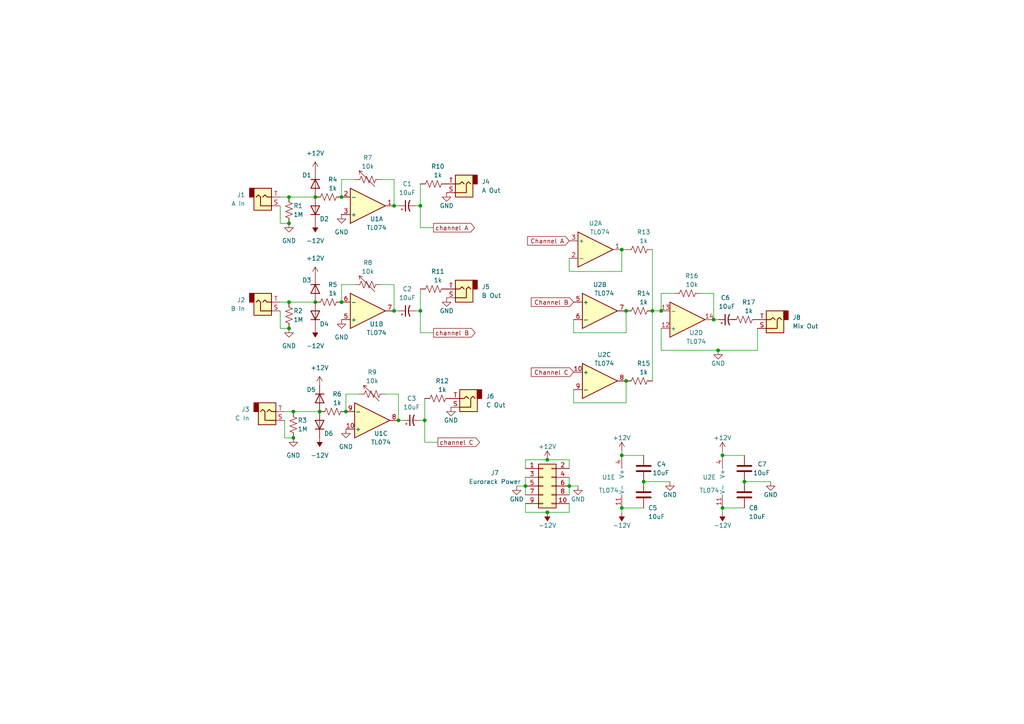
<source format=kicad_sch>
(kicad_sch (version 20211123) (generator eeschema)
  (paper "A4")
  (lib_symbols
    (symbol "Amplifier_Operational:TL074" (pin_names (offset 0.127))
      (property "Reference" "U" (at 0 5.08 0))
      (property "Value" "TL074" (at 0 -5.08 0))
      (symbol "TL074_1_1"
        (polyline (pts (xy -5.08 5.08) (xy 5.08 0) (xy -5.08 -5.08) (xy -5.08 5.08)) (stroke (width 0.254)) (fill (type background)))
        (pin output line (at 7.62 0 180) (length 2.54) (name "~") (number "1"))
        (pin input line (at -7.62 -2.54 0) (length 2.54) (name "-") (number "2"))
        (pin input line (at -7.62 2.54 0) (length 2.54) (name "+") (number "3"))
      )
      (symbol "TL074_2_1"
        (polyline (pts (xy -5.08 5.08) (xy 5.08 0) (xy -5.08 -5.08) (xy -5.08 5.08)) (stroke (width 0.254)) (fill (type background)))
        (pin input line (at -7.62 2.54 0) (length 2.54) (name "+") (number "5"))
        (pin input line (at -7.62 -2.54 0) (length 2.54) (name "-") (number "6"))
        (pin output line (at 7.62 0 180) (length 2.54) (name "~") (number "7"))
      )
      (symbol "TL074_3_1"
        (polyline (pts (xy -5.08 5.08) (xy 5.08 0) (xy -5.08 -5.08) (xy -5.08 5.08)) (stroke (width 0.254)) (fill (type background)))
        (pin input line (at -7.62 2.54 0) (length 2.54) (name "+") (number "10"))
        (pin output line (at 7.62 0 180) (length 2.54) (name "~") (number "8"))
        (pin input line (at -7.62 -2.54 0) (length 2.54) (name "-") (number "9"))
      )
      (symbol "TL074_4_1"
        (polyline (pts (xy -5.08 5.08) (xy 5.08 0) (xy -5.08 -5.08) (xy -5.08 5.08)) (stroke (width 0.254)) (fill (type background)))
        (pin input line (at -7.62 2.54 0) (length 2.54) (name "+") (number "12"))
        (pin input line (at -7.62 -2.54 0) (length 2.54) (name "-") (number "13"))
        (pin output line (at 7.62 0 180) (length 2.54) (name "~") (number "14"))
      )
      (symbol "TL074_5_1"
        (pin power_in line (at -2.54 -7.62 90) (length 3.81) (name "V-") (number "11"))
        (pin power_in line (at -2.54 7.62 270) (length 3.81) (name "V+") (number "4"))
      )
    )
    (symbol "Connector:AudioJack2"
      (property "Reference" "J" (at 0 8.89 0))
      (property "Value" "AudioJack2" (at 0 6.35 0))
      (symbol "AudioJack2_0_1"
        (rectangle (start -3.81 0) (end -2.54 -2.54) (stroke (width 0.254)) (fill (type outline)))
        (rectangle (start -2.54 3.81) (end 2.54 -2.54) (stroke (width 0.254)) (fill (type background)))
        (polyline (pts (xy 0 0) (xy 0.635 -0.635) (xy 1.27 0) (xy 2.54 0)) (stroke (width 0.254)))
        (polyline (pts (xy 2.54 2.54) (xy -0.635 2.54) (xy -0.635 0) (xy -1.27 -0.635) (xy -1.905 0)) (stroke (width 0.254)))
      )
      (symbol "AudioJack2_1_1"
        (pin passive line (at 5.08 2.54 180) (length 2.54) (name "~") (number "S"))
        (pin passive line (at 5.08 0 180) (length 2.54) (name "~") (number "T"))
      )
    )
    (symbol "Connector_Generic:Conn_02x05_Odd_Even" (pin_names (offset 1.016) hide)
      (property "Reference" "J" (at 1.27 7.62 0))
      (property "Value" "Conn_02x05_Odd_Even" (at 1.27 -7.62 0))
      (symbol "Conn_02x05_Odd_Even_1_1"
        (rectangle (start -1.27 -4.953) (end 0 -5.207) (stroke (width 0.1524)))
        (rectangle (start -1.27 -2.413) (end 0 -2.667) (stroke (width 0.1524)))
        (rectangle (start -1.27 0.127) (end 0 -0.127) (stroke (width 0.1524)))
        (rectangle (start -1.27 2.667) (end 0 2.413) (stroke (width 0.1524)))
        (rectangle (start -1.27 5.207) (end 0 4.953) (stroke (width 0.1524)))
        (rectangle (start -1.27 6.35) (end 3.81 -6.35) (stroke (width 0.254)) (fill (type background)))
        (rectangle (start 3.81 -4.953) (end 2.54 -5.207) (stroke (width 0.1524)))
        (rectangle (start 3.81 -2.413) (end 2.54 -2.667) (stroke (width 0.1524)))
        (rectangle (start 3.81 0.127) (end 2.54 -0.127) (stroke (width 0.1524)))
        (rectangle (start 3.81 2.667) (end 2.54 2.413) (stroke (width 0.1524)))
        (rectangle (start 3.81 5.207) (end 2.54 4.953) (stroke (width 0.1524)))
        (pin passive line (at -5.08 5.08 0) (length 3.81) (name "Pin_1") (number "1"))
        (pin passive line (at 7.62 -5.08 180) (length 3.81) (name "Pin_10") (number "10"))
        (pin passive line (at 7.62 5.08 180) (length 3.81) (name "Pin_2") (number "2"))
        (pin passive line (at -5.08 2.54 0) (length 3.81) (name "Pin_3") (number "3"))
        (pin passive line (at 7.62 2.54 180) (length 3.81) (name "Pin_4") (number "4"))
        (pin passive line (at -5.08 0 0) (length 3.81) (name "Pin_5") (number "5"))
        (pin passive line (at 7.62 0 180) (length 3.81) (name "Pin_6") (number "6"))
        (pin passive line (at -5.08 -2.54 0) (length 3.81) (name "Pin_7") (number "7"))
        (pin passive line (at 7.62 -2.54 180) (length 3.81) (name "Pin_8") (number "8"))
        (pin passive line (at -5.08 -5.08 0) (length 3.81) (name "Pin_9") (number "9"))
      )
    )
    (symbol "Device:C" (pin_numbers hide) (pin_names (offset 0.254))
      (property "Reference" "C" (at 0.635 2.54 0))
      (property "Value" "C" (at 0.635 -2.54 0))
      (symbol "C_0_1"
        (polyline (pts (xy -2.032 -0.762) (xy 2.032 -0.762)) (stroke (width 0.508)))
        (polyline (pts (xy -2.032 0.762) (xy 2.032 0.762)) (stroke (width 0.508)))
      )
      (symbol "C_1_1"
        (pin passive line (at 0 3.81 270) (length 2.794) (name "~") (number "1"))
        (pin passive line (at 0 -3.81 90) (length 2.794) (name "~") (number "2"))
      )
    )
    (symbol "Device:C_Polarized_Small_US" (pin_numbers hide) (pin_names (offset 0.254) hide)
      (property "Reference" "C" (at 0.254 1.778 0))
      (property "Value" "C_Polarized_Small_US" (at 0.254 -2.032 0))
      (symbol "C_Polarized_Small_US_0_1"
        (polyline (pts (xy -1.524 0.508) (xy 1.524 0.508)) (stroke (width 0.3048)))
        (polyline (pts (xy -1.27 1.524) (xy -0.762 1.524)))
        (polyline (pts (xy -1.016 1.27) (xy -1.016 1.778)))
        (arc (start 1.524 -0.762) (mid 0 -0.3734) (end -1.524 -0.762) (stroke (width 0.3048)))
      )
      (symbol "C_Polarized_Small_US_1_1"
        (pin passive line (at 0 2.54 270) (length 2.032) (name "~") (number "1"))
        (pin passive line (at 0 -2.54 90) (length 2.032) (name "~") (number "2"))
      )
    )
    (symbol "Device:D" (pin_numbers hide) (pin_names (offset 1.016) hide)
      (property "Reference" "D" (at 0 2.54 0))
      (property "Value" "D" (at 0 -2.54 0))
      (symbol "D_0_1"
        (polyline (pts (xy -1.27 1.27) (xy -1.27 -1.27)) (stroke (width 0.254)))
        (polyline (pts (xy 1.27 0) (xy -1.27 0)))
        (polyline (pts (xy 1.27 1.27) (xy 1.27 -1.27) (xy -1.27 0) (xy 1.27 1.27)) (stroke (width 0.254)))
      )
      (symbol "D_1_1"
        (pin passive line (at -3.81 0 0) (length 2.54) (name "K") (number "1"))
        (pin passive line (at 3.81 0 180) (length 2.54) (name "A") (number "2"))
      )
    )
    (symbol "Device:R_US" (pin_numbers hide) (pin_names (offset 0))
      (property "Reference" "R" (at 2.54 0 90))
      (property "Value" "R_US" (at -2.54 0 90))
      (symbol "R_US_0_1"
        (polyline (pts (xy 0 -2.286) (xy 0 -2.54)))
        (polyline (pts (xy 0 2.286) (xy 0 2.54)))
        (polyline (pts (xy 0 -0.762) (xy 1.016 -1.143) (xy 0 -1.524) (xy -1.016 -1.905) (xy 0 -2.286)))
        (polyline (pts (xy 0 0.762) (xy 1.016 0.381) (xy 0 0) (xy -1.016 -0.381) (xy 0 -0.762)))
        (polyline (pts (xy 0 2.286) (xy 1.016 1.905) (xy 0 1.524) (xy -1.016 1.143) (xy 0 0.762)))
      )
      (symbol "R_US_1_1"
        (pin passive line (at 0 3.81 270) (length 1.27) (name "~") (number "1"))
        (pin passive line (at 0 -3.81 90) (length 1.27) (name "~") (number "2"))
      )
    )
    (symbol "Device:R_Variable_US" (pin_numbers hide) (pin_names (offset 0))
      (property "Reference" "R" (at 2.54 -2.54 90))
      (property "Value" "R_Variable_US" (at -2.54 -1.27 90))
      (symbol "R_Variable_US_0_1"
        (polyline (pts (xy 0 -2.286) (xy 0 -2.54)))
        (polyline (pts (xy 0 2.286) (xy 0 2.54)))
        (polyline (pts (xy 0 -0.762) (xy 1.016 -1.143) (xy 0 -1.524) (xy -1.016 -1.905) (xy 0 -2.286)))
        (polyline (pts (xy 0 0.762) (xy 1.016 0.381) (xy 0 0) (xy -1.016 -0.381) (xy 0 -0.762)))
        (polyline (pts (xy 0 2.286) (xy 1.016 1.905) (xy 0 1.524) (xy -1.016 1.143) (xy 0 0.762)) (stroke (width 0.1524)))
        (polyline (pts (xy 2.286 1.524) (xy 2.54 2.54) (xy 1.524 2.286) (xy 2.54 2.54) (xy -2.032 -2.032)) (stroke (width 0.1524)))
      )
      (symbol "R_Variable_US_1_1"
        (pin passive line (at 0 3.81 270) (length 1.27) (name "~") (number "1"))
        (pin passive line (at 0 -3.81 90) (length 1.27) (name "~") (number "2"))
      )
    )
    (symbol "power:+12V" (power) (pin_names (offset 0))
      (property "Value" "+12V" (at 0 3.556 0))
      (symbol "+12V_0_1"
        (polyline (pts (xy -0.762 1.27) (xy 0 2.54)))
        (polyline (pts (xy 0 0) (xy 0 2.54)))
        (polyline (pts (xy 0 2.54) (xy 0.762 1.27)))
      )
      (symbol "+12V_1_1"
        (pin power_in line (at 0 0 90) (length 0) hide (name "+12V") (number "1"))
      )
    )
    (symbol "power:-12V" (power) (pin_names (offset 0))
      (property "Value" "-12V" (at 0 3.81 0))
      (symbol "-12V_0_0"
        (pin power_in line (at 0 0 90) (length 0) hide (name "-12V") (number "1"))
      )
      (symbol "-12V_0_1"
        (polyline (pts (xy 0 0) (xy 0 1.27) (xy 0.762 1.27) (xy 0 2.54) (xy -0.762 1.27) (xy 0 1.27)) (fill (type outline)))
      )
    )
    (symbol "power:GND" (power) (pin_names (offset 0))
      (property "Value" "GND" (at 0 -3.81 0))
      (symbol "GND_0_1"
        (polyline (pts (xy 0 0) (xy 0 -1.27) (xy 1.27 -1.27) (xy 0 -2.54) (xy -1.27 -1.27) (xy 0 -1.27)))
      )
      (symbol "GND_1_1"
        (pin power_in line (at 0 0 270) (length 0) hide (name "GND") (number "1"))
      )
    )
  )
  (junction (at 91.44 87.63))
  (junction (at 158.75 148.59))
  (junction (at 180.34 132.08))
  (junction (at 115.57 121.92))
  (junction (at 186.69 139.7))
  (junction (at 123.19 121.92))
  (junction (at 165.1 140.97))
  (junction (at 92.71 119.38))
  (junction (at 209.55 132.08))
  (junction (at 83.82 95.25))
  (junction (at 215.9 139.7))
  (junction (at 114.3 90.17))
  (junction (at 121.92 59.69))
  (junction (at 181.61 90.17))
  (junction (at 208.28 101.6))
  (junction (at 83.82 64.77))
  (junction (at 181.61 110.49))
  (junction (at 83.82 57.15))
  (junction (at 191.77 90.17))
  (junction (at 158.75 133.35))
  (junction (at 180.34 147.32))
  (junction (at 91.44 57.15))
  (junction (at 99.06 57.15))
  (junction (at 152.4 140.97))
  (junction (at 209.55 147.32))
  (junction (at 99.06 87.63))
  (junction (at 207.01 92.71))
  (junction (at 100.33 119.38))
  (junction (at 180.34 72.39))
  (junction (at 121.92 90.17))
  (junction (at 189.23 90.17))
  (junction (at 85.09 127))
  (junction (at 114.3 59.69))
  (junction (at 85.09 119.38))
  (junction (at 83.82 87.63))
  (wire (pts (xy 152.4 146.05) (xy 152.4 148.59)))
  (wire (pts (xy 121.92 59.69) (xy 120.65 59.69)))
  (wire (pts (xy 208.28 92.71) (xy 207.01 92.71)))
  (wire (pts (xy 81.28 95.25) (xy 83.82 95.25)))
  (wire (pts (xy 152.4 140.97) (xy 152.4 143.51)))
  (wire (pts (xy 81.28 90.17) (xy 81.28 95.25)))
  (wire (pts (xy 181.61 116.84) (xy 181.61 110.49)))
  (wire (pts (xy 165.1 138.43) (xy 165.1 140.97)))
  (wire (pts (xy 152.4 138.43) (xy 152.4 140.97)))
  (wire (pts (xy 191.77 85.09) (xy 191.77 90.17)))
  (wire (pts (xy 121.92 90.17) (xy 121.92 83.82)))
  (wire (pts (xy 191.77 95.25) (xy 191.77 101.6)))
  (wire (pts (xy 158.75 133.35) (xy 165.1 133.35)))
  (wire (pts (xy 114.3 90.17) (xy 114.3 82.55)))
  (wire (pts (xy 158.75 148.59) (xy 165.1 148.59)))
  (wire (pts (xy 99.06 52.07) (xy 99.06 57.15)))
  (wire (pts (xy 123.19 128.27) (xy 123.19 121.92)))
  (wire (pts (xy 100.33 114.3) (xy 100.33 119.38)))
  (wire (pts (xy 152.4 148.59) (xy 158.75 148.59)))
  (wire (pts (xy 127 128.27) (xy 123.19 128.27)))
  (wire (pts (xy 209.55 147.32) (xy 209.55 148.59)))
  (wire (pts (xy 166.37 92.71) (xy 166.37 96.52)))
  (wire (pts (xy 81.28 87.63) (xy 83.82 87.63)))
  (wire (pts (xy 167.64 140.97) (xy 165.1 140.97)))
  (wire (pts (xy 213.36 92.71) (xy 212.09 92.71)))
  (wire (pts (xy 180.34 130.81) (xy 180.34 132.08)))
  (wire (pts (xy 82.55 119.38) (xy 85.09 119.38)))
  (wire (pts (xy 219.71 95.25) (xy 219.71 101.6)))
  (wire (pts (xy 209.55 147.32) (xy 215.9 147.32)))
  (wire (pts (xy 191.77 101.6) (xy 208.28 101.6)))
  (wire (pts (xy 104.14 114.3) (xy 100.33 114.3)))
  (wire (pts (xy 114.3 82.55) (xy 110.49 82.55)))
  (wire (pts (xy 116.84 121.92) (xy 115.57 121.92)))
  (wire (pts (xy 219.71 101.6) (xy 208.28 101.6)))
  (wire (pts (xy 209.55 132.08) (xy 215.9 132.08)))
  (wire (pts (xy 215.9 139.7) (xy 223.52 139.7)))
  (wire (pts (xy 189.23 90.17) (xy 189.23 110.49)))
  (wire (pts (xy 81.28 59.69) (xy 81.28 64.77)))
  (wire (pts (xy 121.92 90.17) (xy 120.65 90.17)))
  (wire (pts (xy 165.1 140.97) (xy 165.1 143.51)))
  (wire (pts (xy 186.69 139.7) (xy 194.31 139.7)))
  (wire (pts (xy 189.23 72.39) (xy 189.23 90.17)))
  (wire (pts (xy 115.57 59.69) (xy 114.3 59.69)))
  (wire (pts (xy 152.4 133.35) (xy 158.75 133.35)))
  (wire (pts (xy 181.61 96.52) (xy 181.61 90.17)))
  (wire (pts (xy 114.3 52.07) (xy 110.49 52.07)))
  (wire (pts (xy 189.23 90.17) (xy 191.77 90.17)))
  (wire (pts (xy 165.1 74.93) (xy 165.1 78.74)))
  (wire (pts (xy 165.1 133.35) (xy 165.1 135.89)))
  (wire (pts (xy 165.1 78.74) (xy 180.34 78.74)))
  (wire (pts (xy 149.86 140.97) (xy 152.4 140.97)))
  (wire (pts (xy 123.19 121.92) (xy 123.19 115.57)))
  (wire (pts (xy 83.82 57.15) (xy 91.44 57.15)))
  (wire (pts (xy 102.87 82.55) (xy 99.06 82.55)))
  (wire (pts (xy 121.92 96.52) (xy 121.92 90.17)))
  (wire (pts (xy 114.3 59.69) (xy 114.3 52.07)))
  (wire (pts (xy 166.37 96.52) (xy 181.61 96.52)))
  (wire (pts (xy 121.92 59.69) (xy 121.92 53.34)))
  (wire (pts (xy 125.73 66.04) (xy 121.92 66.04)))
  (wire (pts (xy 180.34 147.32) (xy 186.69 147.32)))
  (wire (pts (xy 166.37 116.84) (xy 181.61 116.84)))
  (wire (pts (xy 81.28 57.15) (xy 83.82 57.15)))
  (wire (pts (xy 121.92 66.04) (xy 121.92 59.69)))
  (wire (pts (xy 195.58 85.09) (xy 191.77 85.09)))
  (wire (pts (xy 82.55 127) (xy 85.09 127)))
  (wire (pts (xy 123.19 121.92) (xy 121.92 121.92)))
  (wire (pts (xy 166.37 113.03) (xy 166.37 116.84)))
  (wire (pts (xy 83.82 87.63) (xy 91.44 87.63)))
  (wire (pts (xy 99.06 82.55) (xy 99.06 87.63)))
  (wire (pts (xy 207.01 85.09) (xy 207.01 92.71)))
  (wire (pts (xy 165.1 148.59) (xy 165.1 146.05)))
  (wire (pts (xy 81.28 64.77) (xy 83.82 64.77)))
  (wire (pts (xy 209.55 130.81) (xy 209.55 132.08)))
  (wire (pts (xy 203.2 85.09) (xy 207.01 85.09)))
  (wire (pts (xy 180.34 78.74) (xy 180.34 72.39)))
  (wire (pts (xy 125.73 96.52) (xy 121.92 96.52)))
  (wire (pts (xy 180.34 132.08) (xy 186.69 132.08)))
  (wire (pts (xy 180.34 147.32) (xy 180.34 148.59)))
  (wire (pts (xy 152.4 135.89) (xy 152.4 133.35)))
  (wire (pts (xy 115.57 121.92) (xy 115.57 114.3)))
  (wire (pts (xy 115.57 114.3) (xy 111.76 114.3)))
  (wire (pts (xy 102.87 52.07) (xy 99.06 52.07)))
  (wire (pts (xy 82.55 121.92) (xy 82.55 127)))
  (wire (pts (xy 181.61 72.39) (xy 180.34 72.39)))
  (wire (pts (xy 115.57 90.17) (xy 114.3 90.17)))
  (wire (pts (xy 85.09 119.38) (xy 92.71 119.38)))
  (global_label "channel C" (shape output) (at 127 128.27 0) (property "Intersheet References" "${INTERSHEET_REFS}" (effects hide)))
  (global_label "Channel A" (shape input) (at 165.1 69.85 180) (property "Intersheet References" "${INTERSHEET_REFS}" (effects hide)))
  (global_label "Channel C" (shape input) (at 166.37 107.95 180) (property "Intersheet References" "${INTERSHEET_REFS}" (effects hide)))
  (global_label "channel B" (shape output) (at 125.73 96.52 0) (property "Intersheet References" "${INTERSHEET_REFS}" (effects hide)))
  (global_label "channel A" (shape output) (at 125.73 66.04 0) (property "Intersheet References" "${INTERSHEET_REFS}" (effects hide)))
  (global_label "Channel B" (shape input) (at 166.37 87.63 180) (property "Intersheet References" "${INTERSHEET_REFS}" (effects hide)))
  (symbol (lib_id "Connector:AudioJack2") (at 76.2 87.63 0) (mirror x) (unit 1)
    (property "Reference" "J2" (at 71.12 86.9949 0) (effects (justify right)))
    (property "Value" "B In" (at 71.12 89.5349 0) (effects (justify right)))
    (property "Footprint" "Connector_Audio:Jack_3.5mm_QingPu_WQP-PJ398SM_Vertical_CircularHoles" (effects hide))
  )
  (symbol (lib_id "Connector:AudioJack2") (at 76.2 57.15 0) (mirror x) (unit 1)
    (property "Reference" "J1" (at 71.12 56.5149 0) (effects (justify right)))
    (property "Value" "A In" (at 71.12 59.0549 0) (effects (justify right)))
    (property "Footprint" "Connector_Audio:Jack_3.5mm_QingPu_WQP-PJ398SM_Vertical_CircularHoles" (effects hide))
  )
  (symbol (lib_id "Device:C_Polarized_Small_US") (at 118.11 90.17 90) (unit 1)
    (property "Reference" "C2" (at 118.11 83.82 90))
    (property "Value" "10uF" (at 118.11 86.36 90))
    (property "Footprint" "Capacitor_THT:CP_Radial_D4.0mm_P1.50mm" (effects hide))
  )
  (symbol (lib_id "Device:R_US") (at 185.42 110.49 90) (unit 1)
    (property "Reference" "R15" (at 186.69 105.41 90))
    (property "Value" "1k" (at 186.69 107.95 90))
    (property "Footprint" "Resistor_THT:R_Axial_DIN0204_L3.6mm_D1.6mm_P1.90mm_Vertical" (effects hide))
  )
  (symbol (lib_id "power:+12V") (at 158.75 133.35 0) (unit 1)
    (property "Reference" "#PWR0125" (effects hide))
    (property "Value" "+12V" (at 158.75 129.54 0))
  )
  (symbol (lib_id "power:+12V") (at 209.55 130.81 0) (unit 1)
    (property "Reference" "#PWR0124" (effects hide))
    (property "Value" "+12V" (at 209.55 127 0))
  )
  (symbol (lib_id "Amplifier_Operational:TL074") (at 106.68 90.17 0) (mirror x) (unit 2)
    (property "Reference" "U1" (at 109.22 93.98 0))
    (property "Value" "TL074" (at 109.22 96.52 0))
    (property "Footprint" "Package_DIP:DIP-14_W7.62mm" (effects hide))
    (property "Datasheet" "http://www.ti.com/lit/ds/symlink/tl071.pdf" (effects hide))
  )
  (symbol (lib_id "power:-12V") (at 209.55 148.59 180) (unit 1)
    (property "Reference" "#PWR0118" (effects hide))
    (property "Value" "-12V" (at 209.55 152.4 0))
  )
  (symbol (lib_id "Device:C") (at 215.9 143.51 180) (unit 1)
    (property "Reference" "C8" (at 217.17 147.32 0) (effects (justify right)))
    (property "Value" "10uF" (at 217.17 149.86 0) (effects (justify right)))
    (property "Footprint" "Capacitor_THT:C_Rect_L10.0mm_W2.5mm_P7.50mm_MKS4" (effects hide))
  )
  (symbol (lib_id "Device:D") (at 91.44 91.44 90) (unit 1)
    (property "Reference" "D4" (at 92.71 93.98 90) (effects (justify right)))
    (property "Value" "D" (effects hide))
    (property "Footprint" "Diode_THT:D_A-405_P7.62mm_Horizontal" (effects hide))
  )
  (symbol (lib_id "power:+12V") (at 91.44 80.01 0) (unit 1)
    (property "Reference" "#PWR0108" (effects hide))
    (property "Value" "+12V" (at 91.44 74.93 0))
  )
  (symbol (lib_id "Amplifier_Operational:TL074") (at 106.68 59.69 0) (mirror x) (unit 1)
    (property "Reference" "U1" (at 109.22 63.5 0))
    (property "Value" "TL074" (at 109.22 66.04 0))
    (property "Footprint" "Package_DIP:DIP-14_W7.62mm" (effects hide))
    (property "Datasheet" "http://www.ti.com/lit/ds/symlink/tl071.pdf" (effects hide))
  )
  (symbol (lib_id "Connector:AudioJack2") (at 77.47 119.38 0) (mirror x) (unit 1)
    (property "Reference" "J3" (at 72.39 118.7449 0) (effects (justify right)))
    (property "Value" "C In" (at 72.39 121.2849 0) (effects (justify right)))
    (property "Footprint" "Connector_Audio:Jack_3.5mm_QingPu_WQP-PJ398SM_Vertical_CircularHoles" (effects hide))
  )
  (symbol (lib_id "power:GND") (at 100.33 124.46 0) (unit 1)
    (property "Reference" "#PWR0103" (effects hide))
    (property "Value" "GND" (at 100.33 129.54 0))
  )
  (symbol (lib_id "power:GND") (at 129.54 55.88 0) (unit 1)
    (property "Reference" "#PWR0106" (effects hide))
    (property "Value" "GND" (at 129.54 59.69 0))
  )
  (symbol (lib_id "power:GND") (at 99.06 62.23 0) (unit 1)
    (property "Reference" "#PWR0110" (effects hide))
    (property "Value" "GND" (at 99.06 67.31 0))
  )
  (symbol (lib_id "Amplifier_Operational:TL074") (at 212.09 139.7 0) (unit 5)
    (property "Reference" "U2" (at 205.74 138.43 0))
    (property "Value" "TL074" (at 205.74 142.24 0))
    (property "Footprint" "Package_DIP:DIP-14_W7.62mm" (effects hide))
    (property "Datasheet" "http://www.ti.com/lit/ds/symlink/tl071.pdf" (effects hide))
  )
  (symbol (lib_id "Device:C") (at 186.69 143.51 180) (unit 1)
    (property "Reference" "C5" (at 187.96 147.32 0) (effects (justify right)))
    (property "Value" "10uF" (at 187.96 149.86 0) (effects (justify right)))
    (property "Footprint" "Capacitor_THT:C_Rect_L10.0mm_W2.5mm_P7.50mm_MKS4" (effects hide))
  )
  (symbol (lib_id "Connector:AudioJack2") (at 134.62 53.34 180) (unit 1)
    (property "Reference" "J4" (at 139.7 52.7049 0) (effects (justify right)))
    (property "Value" "A Out" (at 139.7 55.2449 0) (effects (justify right)))
    (property "Footprint" "Connector_Audio:Jack_3.5mm_QingPu_WQP-PJ398SM_Vertical_CircularHoles" (effects hide))
  )
  (symbol (lib_id "Device:R_US") (at 85.09 123.19 180) (unit 1)
    (property "Reference" "R3" (at 86.36 121.92 0) (effects (justify right)))
    (property "Value" "1M" (at 86.36 124.46 0) (effects (justify right)))
    (property "Footprint" "Resistor_THT:R_Axial_DIN0204_L3.6mm_D1.6mm_P1.90mm_Vertical" (effects hide))
  )
  (symbol (lib_id "power:GND") (at 194.31 139.7 0) (unit 1)
    (property "Reference" "#PWR0117" (effects hide))
    (property "Value" "GND" (at 194.31 143.51 0))
  )
  (symbol (lib_id "Amplifier_Operational:TL074") (at 173.99 110.49 0) (unit 3)
    (property "Reference" "U2" (at 175.26 102.87 0))
    (property "Value" "TL074" (at 175.26 105.41 0))
    (property "Footprint" "Package_DIP:DIP-14_W7.62mm" (effects hide))
    (property "Datasheet" "http://www.ti.com/lit/ds/symlink/tl071.pdf" (effects hide))
  )
  (symbol (lib_id "Device:R_US") (at 125.73 53.34 90) (unit 1)
    (property "Reference" "R10" (at 127 48.26 90))
    (property "Value" "1k" (at 127 50.8 90))
    (property "Footprint" "Resistor_THT:R_Axial_DIN0204_L3.6mm_D1.6mm_P1.90mm_Vertical" (effects hide))
  )
  (symbol (lib_id "Device:R_US") (at 95.25 87.63 90) (unit 1)
    (property "Reference" "R5" (at 96.52 82.55 90))
    (property "Value" "1k" (at 96.52 85.09 90))
    (property "Footprint" "Resistor_THT:R_Axial_DIN0204_L3.6mm_D1.6mm_P1.90mm_Vertical" (effects hide))
  )
  (symbol (lib_id "power:GND") (at 130.81 118.11 0) (unit 1)
    (property "Reference" "#PWR0104" (effects hide))
    (property "Value" "GND" (at 130.81 121.92 0))
  )
  (symbol (lib_id "Device:R_US") (at 199.39 85.09 90) (unit 1)
    (property "Reference" "R16" (at 200.66 80.01 90))
    (property "Value" "10k" (at 200.66 82.55 90))
    (property "Footprint" "Resistor_THT:R_Axial_DIN0204_L3.6mm_D1.6mm_P1.90mm_Vertical" (effects hide))
  )
  (symbol (lib_id "power:-12V") (at 91.44 64.77 0) (mirror x) (unit 1)
    (property "Reference" "#PWR0109" (effects hide))
    (property "Value" "-12V" (at 91.44 69.85 0))
  )
  (symbol (lib_id "power:GND") (at 83.82 64.77 0) (unit 1)
    (property "Reference" "#PWR0111" (effects hide))
    (property "Value" "GND" (at 83.82 69.85 0))
  )
  (symbol (lib_id "Device:C") (at 186.69 135.89 0) (unit 1)
    (property "Reference" "C4" (at 190.5 134.62 0) (effects (justify left)))
    (property "Value" "10uF" (at 189.23 137.16 0) (effects (justify left)))
    (property "Footprint" "Capacitor_THT:C_Rect_L10.0mm_W2.5mm_P7.50mm_MKS4" (effects hide))
  )
  (symbol (lib_id "power:GND") (at 85.09 127 0) (unit 1)
    (property "Reference" "#PWR0114" (effects hide))
    (property "Value" "GND" (at 85.09 132.08 0))
  )
  (symbol (lib_id "Device:R_US") (at 96.52 119.38 90) (unit 1)
    (property "Reference" "R6" (at 97.79 114.3 90))
    (property "Value" "1k" (at 97.79 116.84 90))
    (property "Footprint" "Resistor_THT:R_Axial_DIN0204_L3.6mm_D1.6mm_P1.90mm_Vertical" (effects hide))
  )
  (symbol (lib_id "Device:R_US") (at 215.9 92.71 90) (unit 1)
    (property "Reference" "R17" (at 217.17 87.63 90))
    (property "Value" "1k" (at 217.17 90.17 90))
    (property "Footprint" "Resistor_THT:R_Axial_DIN0204_L3.6mm_D1.6mm_P1.90mm_Vertical" (effects hide))
  )
  (symbol (lib_id "Device:R_Variable_US") (at 107.95 114.3 90) (unit 1)
    (property "Reference" "R9" (at 107.95 107.95 90))
    (property "Value" "10k" (at 107.95 110.49 90))
    (property "Footprint" "Potentiometer_THT:Potentiometer_Alps_RK09L_Single_Vertical" (effects hide))
  )
  (symbol (lib_id "Connector:AudioJack2") (at 134.62 83.82 180) (unit 1)
    (property "Reference" "J5" (at 139.7 83.1849 0) (effects (justify right)))
    (property "Value" "B Out" (at 139.7 85.7249 0) (effects (justify right)))
    (property "Footprint" "Connector_Audio:Jack_3.5mm_QingPu_WQP-PJ398SM_Vertical_CircularHoles" (effects hide))
  )
  (symbol (lib_id "Device:D") (at 92.71 123.19 90) (unit 1)
    (property "Reference" "D6" (at 93.98 125.73 90) (effects (justify right)))
    (property "Value" "D" (effects hide))
    (property "Footprint" "Diode_THT:D_A-405_P7.62mm_Horizontal" (effects hide))
  )
  (symbol (lib_id "power:-12V") (at 91.44 95.25 0) (mirror x) (unit 1)
    (property "Reference" "#PWR0116" (effects hide))
    (property "Value" "-12V" (at 91.44 100.33 0))
  )
  (symbol (lib_id "Amplifier_Operational:TL074") (at 199.39 92.71 0) (mirror x) (unit 4)
    (property "Reference" "U2" (at 201.93 96.52 0))
    (property "Value" "TL074" (at 201.93 99.06 0))
    (property "Footprint" "Package_DIP:DIP-14_W7.62mm" (effects hide))
    (property "Datasheet" "http://www.ti.com/lit/ds/symlink/tl071.pdf" (effects hide))
  )
  (symbol (lib_id "Device:R_US") (at 83.82 60.96 180) (unit 1)
    (property "Reference" "R1" (at 85.09 59.69 0) (effects (justify right)))
    (property "Value" "1M" (at 85.09 62.23 0) (effects (justify right)))
    (property "Footprint" "Resistor_THT:R_Axial_DIN0204_L3.6mm_D1.6mm_P1.90mm_Vertical" (effects hide))
  )
  (symbol (lib_id "power:+12V") (at 92.71 111.76 0) (unit 1)
    (property "Reference" "#PWR0113" (effects hide))
    (property "Value" "+12V" (at 92.71 106.68 0))
  )
  (symbol (lib_id "Device:R_US") (at 125.73 83.82 90) (unit 1)
    (property "Reference" "R11" (at 127 78.74 90))
    (property "Value" "1k" (at 127 81.28 90))
    (property "Footprint" "Resistor_THT:R_Axial_DIN0204_L3.6mm_D1.6mm_P1.90mm_Vertical" (effects hide))
  )
  (symbol (lib_id "Connector_Generic:Conn_02x05_Odd_Even") (at 157.48 140.97 0) (unit 1)
    (property "Reference" "J7" (at 143.51 137.16 0))
    (property "Value" "Eurorack Power" (at 143.51 139.7 0))
    (property "Footprint" "Connector_PinHeader_2.54mm:PinHeader_2x05_P2.54mm_Vertical" (effects hide))
  )
  (symbol (lib_id "Connector:AudioJack2") (at 224.79 92.71 180) (unit 1)
    (property "Reference" "J8" (at 229.87 92.0749 0) (effects (justify right)))
    (property "Value" "Mix Out" (at 229.87 94.6149 0) (effects (justify right)))
    (property "Footprint" "Connector_Audio:Jack_3.5mm_QingPu_WQP-PJ398SM_Vertical_CircularHoles" (effects hide))
  )
  (symbol (lib_id "Device:D") (at 91.44 60.96 90) (unit 1)
    (property "Reference" "D2" (at 92.71 63.5 90) (effects (justify right)))
    (property "Value" "D" (effects hide))
    (property "Footprint" "Diode_THT:D_A-405_P7.62mm_Horizontal" (effects hide))
  )
  (symbol (lib_id "power:-12V") (at 158.75 148.59 180) (unit 1)
    (property "Reference" "#PWR0119" (effects hide))
    (property "Value" "-12V" (at 158.75 152.4 0))
  )
  (symbol (lib_id "Device:R_US") (at 83.82 91.44 180) (unit 1)
    (property "Reference" "R2" (at 85.09 90.17 0) (effects (justify right)))
    (property "Value" "1M" (at 85.09 92.71 0) (effects (justify right)))
    (property "Footprint" "Resistor_THT:R_Axial_DIN0204_L3.6mm_D1.6mm_P1.90mm_Vertical" (effects hide))
  )
  (symbol (lib_id "Device:R_US") (at 185.42 90.17 90) (unit 1)
    (property "Reference" "R14" (at 186.69 85.09 90))
    (property "Value" "1k" (at 186.69 87.63 90))
    (property "Footprint" "Resistor_THT:R_Axial_DIN0204_L3.6mm_D1.6mm_P1.90mm_Vertical" (effects hide))
  )
  (symbol (lib_id "Device:C") (at 215.9 135.89 0) (unit 1)
    (property "Reference" "C7" (at 219.71 134.62 0) (effects (justify left)))
    (property "Value" "10uF" (at 218.44 137.16 0) (effects (justify left)))
    (property "Footprint" "Capacitor_THT:C_Rect_L10.0mm_W2.5mm_P7.50mm_MKS4" (effects hide))
  )
  (symbol (lib_id "power:GND") (at 129.54 86.36 0) (unit 1)
    (property "Reference" "#PWR0105" (effects hide))
    (property "Value" "GND" (at 129.54 90.17 0))
  )
  (symbol (lib_id "Amplifier_Operational:TL074") (at 107.95 121.92 0) (mirror x) (unit 3)
    (property "Reference" "U1" (at 110.49 125.73 0))
    (property "Value" "TL074" (at 110.49 128.27 0))
    (property "Footprint" "Package_DIP:DIP-14_W7.62mm" (effects hide))
    (property "Datasheet" "http://www.ti.com/lit/ds/symlink/tl071.pdf" (effects hide))
  )
  (symbol (lib_id "Device:R_Variable_US") (at 106.68 82.55 90) (unit 1)
    (property "Reference" "R8" (at 106.68 76.2 90))
    (property "Value" "10k" (at 106.68 78.74 90))
    (property "Footprint" "Potentiometer_THT:Potentiometer_Alps_RK09L_Single_Vertical" (effects hide))
  )
  (symbol (lib_id "power:+12V") (at 180.34 130.81 0) (unit 1)
    (property "Reference" "#PWR0122" (effects hide))
    (property "Value" "+12V" (at 180.34 127 0))
  )
  (symbol (lib_id "Device:R_US") (at 127 115.57 90) (unit 1)
    (property "Reference" "R12" (at 128.27 110.49 90))
    (property "Value" "1k" (at 128.27 113.03 90))
    (property "Footprint" "Resistor_THT:R_Axial_DIN0204_L3.6mm_D1.6mm_P1.90mm_Vertical" (effects hide))
  )
  (symbol (lib_id "power:GND") (at 223.52 139.7 0) (unit 1)
    (property "Reference" "#PWR0123" (effects hide))
    (property "Value" "GND" (at 223.52 143.51 0))
  )
  (symbol (lib_id "Device:R_Variable_US") (at 106.68 52.07 90) (unit 1)
    (property "Reference" "R7" (at 106.68 45.72 90))
    (property "Value" "10k" (at 106.68 48.26 90))
    (property "Footprint" "Potentiometer_THT:Potentiometer_Alps_RK09L_Single_Vertical" (effects hide))
  )
  (symbol (lib_id "power:GND") (at 149.86 140.97 0) (unit 1)
    (property "Reference" "#PWR0126" (effects hide))
    (property "Value" "GND" (at 149.86 144.78 0))
  )
  (symbol (lib_id "power:GND") (at 83.82 95.25 0) (unit 1)
    (property "Reference" "#PWR0115" (effects hide))
    (property "Value" "GND" (at 83.82 100.33 0))
  )
  (symbol (lib_id "Device:R_US") (at 185.42 72.39 90) (unit 1)
    (property "Reference" "R13" (at 186.69 67.31 90))
    (property "Value" "1k" (at 186.69 69.85 90))
    (property "Footprint" "Resistor_THT:R_Axial_DIN0204_L3.6mm_D1.6mm_P1.90mm_Vertical" (effects hide))
  )
  (symbol (lib_id "Device:D") (at 91.44 83.82 270) (unit 1)
    (property "Reference" "D3" (at 87.63 81.28 90) (effects (justify left)))
    (property "Value" "D" (effects hide))
    (property "Footprint" "Diode_THT:D_A-405_P7.62mm_Horizontal" (effects hide))
  )
  (symbol (lib_id "Device:C_Polarized_Small_US") (at 118.11 59.69 90) (unit 1)
    (property "Reference" "C1" (at 118.11 53.34 90))
    (property "Value" "10uF" (at 118.11 55.88 90))
    (property "Footprint" "Capacitor_THT:CP_Radial_D4.0mm_P1.50mm" (effects hide))
  )
  (symbol (lib_id "Device:D") (at 92.71 115.57 270) (unit 1)
    (property "Reference" "D5" (at 88.9 113.03 90) (effects (justify left)))
    (property "Value" "D" (effects hide))
    (property "Footprint" "Diode_THT:D_A-405_P7.62mm_Horizontal" (effects hide))
  )
  (symbol (lib_id "Device:C_Polarized_Small_US") (at 119.38 121.92 90) (unit 1)
    (property "Reference" "C3" (at 119.38 115.57 90))
    (property "Value" "10uF" (at 119.38 118.11 90))
    (property "Footprint" "Capacitor_THT:CP_Radial_D4.0mm_P1.50mm" (effects hide))
  )
  (symbol (lib_id "power:GND") (at 208.28 101.6 0) (unit 1)
    (property "Reference" "#PWR0112" (effects hide))
    (property "Value" "GND" (at 208.28 105.41 0))
  )
  (symbol (lib_id "Device:R_US") (at 95.25 57.15 90) (unit 1)
    (property "Reference" "R4" (at 96.52 52.07 90))
    (property "Value" "1k" (at 96.52 54.61 90))
    (property "Footprint" "Resistor_THT:R_Axial_DIN0204_L3.6mm_D1.6mm_P1.90mm_Vertical" (effects hide))
  )
  (symbol (lib_id "Amplifier_Operational:TL074") (at 172.72 72.39 0) (unit 1)
    (property "Reference" "U2" (at 172.72 64.77 0))
    (property "Value" "TL074" (at 173.99 67.31 0))
    (property "Footprint" "Package_DIP:DIP-14_W7.62mm" (effects hide))
    (property "Datasheet" "http://www.ti.com/lit/ds/symlink/tl071.pdf" (effects hide))
  )
  (symbol (lib_id "Amplifier_Operational:TL074") (at 173.99 90.17 0) (unit 2)
    (property "Reference" "U2" (at 173.99 82.55 0))
    (property "Value" "TL074" (at 175.26 85.09 0))
    (property "Footprint" "Package_DIP:DIP-14_W7.62mm" (effects hide))
    (property "Datasheet" "http://www.ti.com/lit/ds/symlink/tl071.pdf" (effects hide))
  )
  (symbol (lib_id "power:-12V") (at 92.71 127 0) (mirror x) (unit 1)
    (property "Reference" "#PWR0102" (effects hide))
    (property "Value" "-12V" (at 92.71 132.08 0))
  )
  (symbol (lib_id "power:GND") (at 167.64 140.97 0) (unit 1)
    (property "Reference" "#PWR0120" (effects hide))
    (property "Value" "GND" (at 167.64 144.78 0))
  )
  (symbol (lib_id "Connector:AudioJack2") (at 135.89 115.57 180) (unit 1)
    (property "Reference" "J6" (at 140.97 114.9349 0) (effects (justify right)))
    (property "Value" "C Out" (at 140.97 117.4749 0) (effects (justify right)))
    (property "Footprint" "Connector_Audio:Jack_3.5mm_QingPu_WQP-PJ398SM_Vertical_CircularHoles" (effects hide))
  )
  (symbol (lib_id "power:+12V") (at 91.44 49.53 0) (unit 1)
    (property "Reference" "#PWR0107" (effects hide))
    (property "Value" "+12V" (at 91.44 44.45 0))
  )
  (symbol (lib_id "Device:D") (at 91.44 53.34 270) (unit 1)
    (property "Reference" "D1" (at 87.63 50.8 90) (effects (justify left)))
    (property "Value" "D" (effects hide))
    (property "Footprint" "Diode_THT:D_A-405_P7.62mm_Horizontal" (effects hide))
  )
  (symbol (lib_id "power:-12V") (at 180.34 148.59 180) (unit 1)
    (property "Reference" "#PWR0121" (effects hide))
    (property "Value" "-12V" (at 180.34 152.4 0))
  )
  (symbol (lib_id "Device:C_Polarized_Small_US") (at 210.82 92.71 90) (unit 1)
    (property "Reference" "C6" (at 210.3882 86.36 90))
    (property "Value" "10uF" (at 210.82 88.9 90))
    (property "Footprint" "Capacitor_THT:CP_Radial_D4.0mm_P1.50mm" (effects hide))
  )
  (symbol (lib_id "power:GND") (at 99.06 92.71 0) (unit 1)
    (property "Reference" "#PWR0101" (effects hide))
    (property "Value" "GND" (at 99.06 97.79 0))
  )
  (symbol (lib_id "Amplifier_Operational:TL074") (at 182.88 139.7 0) (unit 5)
    (property "Reference" "U1" (at 176.53 138.43 0))
    (property "Value" "TL074" (at 176.53 142.24 0))
    (property "Footprint" "Package_DIP:DIP-14_W7.62mm" (effects hide))
    (property "Datasheet" "http://www.ti.com/lit/ds/symlink/tl071.pdf" (effects hide))
  )
)
</source>
